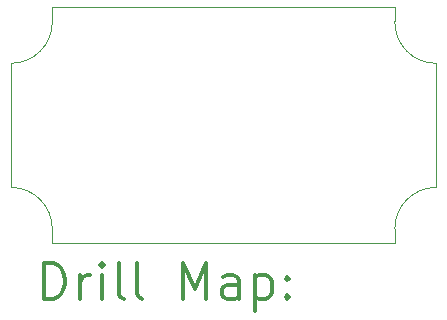
<source format=gbr>
%FSLAX45Y45*%
G04 Gerber Fmt 4.5, Leading zero omitted, Abs format (unit mm)*
G04 Created by KiCad (PCBNEW 5.1.5+dfsg1-2build2) date 2021-07-03 20:40:37*
%MOMM*%
%LPD*%
G04 APERTURE LIST*
%TA.AperFunction,Profile*%
%ADD10C,0.050000*%
%TD*%
%ADD11C,0.200000*%
%ADD12C,0.300000*%
G04 APERTURE END LIST*
D10*
X8100000Y-4375000D02*
X8100000Y-4250000D01*
X11000000Y-4375000D02*
X8100000Y-4375000D01*
X11000000Y-4250000D02*
X11000000Y-4375000D01*
X11000000Y-2375000D02*
X11000000Y-2495000D01*
X8100000Y-2375000D02*
X11000000Y-2375000D01*
X8099964Y-2495001D02*
X8100000Y-2375000D01*
X8099964Y-2495001D02*
G75*
G02X7750000Y-2850000I-349964J-5000D01*
G01*
X7750000Y-3900000D02*
G75*
G02X8100000Y-4250000I0J-350000D01*
G01*
X11000000Y-4250000D02*
G75*
G02X11350000Y-3900000I350000J0D01*
G01*
X11350000Y-2850036D02*
G75*
G02X11000000Y-2495000I0J350036D01*
G01*
X11350000Y-3900000D02*
X11350000Y-2850000D01*
X7750000Y-2850000D02*
X7750000Y-3900000D01*
D11*
D12*
X8033928Y-4843214D02*
X8033928Y-4543214D01*
X8105357Y-4543214D01*
X8148214Y-4557500D01*
X8176786Y-4586072D01*
X8191071Y-4614643D01*
X8205357Y-4671786D01*
X8205357Y-4714643D01*
X8191071Y-4771786D01*
X8176786Y-4800357D01*
X8148214Y-4828929D01*
X8105357Y-4843214D01*
X8033928Y-4843214D01*
X8333928Y-4843214D02*
X8333928Y-4643214D01*
X8333928Y-4700357D02*
X8348214Y-4671786D01*
X8362500Y-4657500D01*
X8391071Y-4643214D01*
X8419643Y-4643214D01*
X8519643Y-4843214D02*
X8519643Y-4643214D01*
X8519643Y-4543214D02*
X8505357Y-4557500D01*
X8519643Y-4571786D01*
X8533928Y-4557500D01*
X8519643Y-4543214D01*
X8519643Y-4571786D01*
X8705357Y-4843214D02*
X8676786Y-4828929D01*
X8662500Y-4800357D01*
X8662500Y-4543214D01*
X8862500Y-4843214D02*
X8833928Y-4828929D01*
X8819643Y-4800357D01*
X8819643Y-4543214D01*
X9205357Y-4843214D02*
X9205357Y-4543214D01*
X9305357Y-4757500D01*
X9405357Y-4543214D01*
X9405357Y-4843214D01*
X9676786Y-4843214D02*
X9676786Y-4686072D01*
X9662500Y-4657500D01*
X9633928Y-4643214D01*
X9576786Y-4643214D01*
X9548214Y-4657500D01*
X9676786Y-4828929D02*
X9648214Y-4843214D01*
X9576786Y-4843214D01*
X9548214Y-4828929D01*
X9533928Y-4800357D01*
X9533928Y-4771786D01*
X9548214Y-4743214D01*
X9576786Y-4728929D01*
X9648214Y-4728929D01*
X9676786Y-4714643D01*
X9819643Y-4643214D02*
X9819643Y-4943214D01*
X9819643Y-4657500D02*
X9848214Y-4643214D01*
X9905357Y-4643214D01*
X9933928Y-4657500D01*
X9948214Y-4671786D01*
X9962500Y-4700357D01*
X9962500Y-4786072D01*
X9948214Y-4814643D01*
X9933928Y-4828929D01*
X9905357Y-4843214D01*
X9848214Y-4843214D01*
X9819643Y-4828929D01*
X10091071Y-4814643D02*
X10105357Y-4828929D01*
X10091071Y-4843214D01*
X10076786Y-4828929D01*
X10091071Y-4814643D01*
X10091071Y-4843214D01*
X10091071Y-4657500D02*
X10105357Y-4671786D01*
X10091071Y-4686072D01*
X10076786Y-4671786D01*
X10091071Y-4657500D01*
X10091071Y-4686072D01*
M02*

</source>
